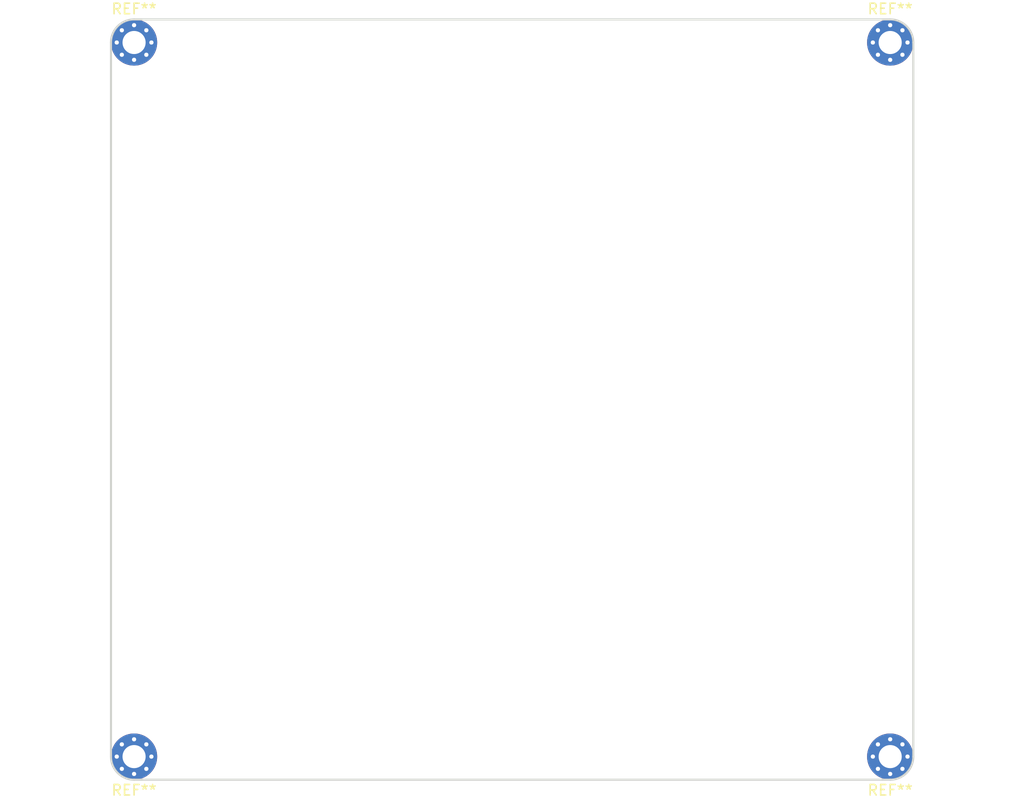
<source format=kicad_pcb>
(kicad_pcb (version 20221018) (generator pcbnew)
  (layers (0 "F.Cu" signal) (31 "B.Cu" signal) (34 "B.Paste" user) (35 "F.Paste" user) (36 "B.SilkS" user "B.Silkscreen") (37 "F.SilkS" user "F.Silkscreen") (38 "B.Mask" user) (39 "F.Mask" user) (44 "Edge.Cuts" user))
  (net 0 "")
  (footprint "MountingHole:MountingHole_2.2mm_M2_Pad_Via" (layer "F.Cu") (at 177.57 62.09)
    (fp_text reference "REF**" (at 0 -3.2) (layer "F.SilkS"))
    (fp_text value "MountingHole_2.2mm_M2_Pad_Via")
    (pad "1" thru_hole circle (at -1.65 0) (size 0.7 0.7) (drill 0.4) (layers "*.Cu" "*.Mask"))
    (pad "1" thru_hole circle (at -1.166726 -1.166726) (size 0.7 0.7) (drill 0.4) (layers "*.Cu" "*.Mask"))
    (pad "1" thru_hole circle (at -1.166726 1.166726) (size 0.7 0.7) (drill 0.4) (layers "*.Cu" "*.Mask"))
    (pad "1" thru_hole circle (at 0 -1.65) (size 0.7 0.7) (drill 0.4) (layers "*.Cu" "*.Mask"))
    (pad "1" thru_hole circle (at 0 0) (size 4.4 4.4) (drill 2.2) (layers "*.Cu" "*.Mask"))
    (pad "1" thru_hole circle (at 0 1.65) (size 0.7 0.7) (drill 0.4) (layers "*.Cu" "*.Mask"))
    (pad "1" thru_hole circle (at 1.166726 -1.166726) (size 0.7 0.7) (drill 0.4) (layers "*.Cu" "*.Mask"))
    (pad "1" thru_hole circle (at 1.166726 1.166726) (size 0.7 0.7) (drill 0.4) (layers "*.Cu" "*.Mask"))
    (pad "1" thru_hole circle (at 1.65 0) (size 0.7 0.7) (drill 0.4) (layers "*.Cu" "*.Mask"))
  )
  (footprint "MountingHole:MountingHole_2.2mm_M2_Pad_Via" (layer "F.Cu") (at 105.57 130.09 180)
    (fp_text reference "REF**" (at 0 -3.2) (layer "F.SilkS"))
    (fp_text value "MountingHole_2.2mm_M2_Pad_Via")
    (pad "1" thru_hole circle (at -1.65 0 180) (size 0.7 0.7) (drill 0.4) (layers "*.Cu" "*.Mask"))
    (pad "1" thru_hole circle (at -1.166726 -1.166726 180) (size 0.7 0.7) (drill 0.4) (layers "*.Cu" "*.Mask"))
    (pad "1" thru_hole circle (at -1.166726 1.166726 180) (size 0.7 0.7) (drill 0.4) (layers "*.Cu" "*.Mask"))
    (pad "1" thru_hole circle (at 0 -1.65 180) (size 0.7 0.7) (drill 0.4) (layers "*.Cu" "*.Mask"))
    (pad "1" thru_hole circle (at 0 0 180) (size 4.4 4.4) (drill 2.2) (layers "*.Cu" "*.Mask"))
    (pad "1" thru_hole circle (at 0 1.65 180) (size 0.7 0.7) (drill 0.4) (layers "*.Cu" "*.Mask"))
    (pad "1" thru_hole circle (at 1.166726 -1.166726 180) (size 0.7 0.7) (drill 0.4) (layers "*.Cu" "*.Mask"))
    (pad "1" thru_hole circle (at 1.166726 1.166726 180) (size 0.7 0.7) (drill 0.4) (layers "*.Cu" "*.Mask"))
    (pad "1" thru_hole circle (at 1.65 0 180) (size 0.7 0.7) (drill 0.4) (layers "*.Cu" "*.Mask"))
  )
  (footprint "MountingHole:MountingHole_2.2mm_M2_Pad_Via" (layer "F.Cu") (at 105.57 62.09)
    (fp_text reference "REF**" (at 0 -3.2) (layer "F.SilkS"))
    (fp_text value "MountingHole_2.2mm_M2_Pad_Via")
    (pad "1" thru_hole circle (at -1.65 0) (size 0.7 0.7) (drill 0.4) (layers "*.Cu" "*.Mask"))
    (pad "1" thru_hole circle (at -1.166726 -1.166726) (size 0.7 0.7) (drill 0.4) (layers "*.Cu" "*.Mask"))
    (pad "1" thru_hole circle (at -1.166726 1.166726) (size 0.7 0.7) (drill 0.4) (layers "*.Cu" "*.Mask"))
    (pad "1" thru_hole circle (at 0 -1.65) (size 0.7 0.7) (drill 0.4) (layers "*.Cu" "*.Mask"))
    (pad "1" thru_hole circle (at 0 0) (size 4.4 4.4) (drill 2.2) (layers "*.Cu" "*.Mask"))
    (pad "1" thru_hole circle (at 0 1.65) (size 0.7 0.7) (drill 0.4) (layers "*.Cu" "*.Mask"))
    (pad "1" thru_hole circle (at 1.166726 -1.166726) (size 0.7 0.7) (drill 0.4) (layers "*.Cu" "*.Mask"))
    (pad "1" thru_hole circle (at 1.166726 1.166726) (size 0.7 0.7) (drill 0.4) (layers "*.Cu" "*.Mask"))
    (pad "1" thru_hole circle (at 1.65 0) (size 0.7 0.7) (drill 0.4) (layers "*.Cu" "*.Mask"))
  )
  (footprint "MountingHole:MountingHole_2.2mm_M2_Pad_Via" (layer "F.Cu") (at 177.57 130.09 180)
    (fp_text reference "REF**" (at 0 -3.2) (layer "F.SilkS"))
    (fp_text value "MountingHole_2.2mm_M2_Pad_Via")
    (pad "1" thru_hole circle (at -1.65 0 180) (size 0.7 0.7) (drill 0.4) (layers "*.Cu" "*.Mask"))
    (pad "1" thru_hole circle (at -1.166726 -1.166726 180) (size 0.7 0.7) (drill 0.4) (layers "*.Cu" "*.Mask"))
    (pad "1" thru_hole circle (at -1.166726 1.166726 180) (size 0.7 0.7) (drill 0.4) (layers "*.Cu" "*.Mask"))
    (pad "1" thru_hole circle (at 0 -1.65 180) (size 0.7 0.7) (drill 0.4) (layers "*.Cu" "*.Mask"))
    (pad "1" thru_hole circle (at 0 0 180) (size 4.4 4.4) (drill 2.2) (layers "*.Cu" "*.Mask"))
    (pad "1" thru_hole circle (at 0 1.65 180) (size 0.7 0.7) (drill 0.4) (layers "*.Cu" "*.Mask"))
    (pad "1" thru_hole circle (at 1.166726 -1.166726 180) (size 0.7 0.7) (drill 0.4) (layers "*.Cu" "*.Mask"))
    (pad "1" thru_hole circle (at 1.166726 1.166726 180) (size 0.7 0.7) (drill 0.4) (layers "*.Cu" "*.Mask"))
    (pad "1" thru_hole circle (at 1.65 0 180) (size 0.7 0.7) (drill 0.4) (layers "*.Cu" "*.Mask"))
  )
  (gr_line (start 177.57 59.89) (end 105.57 59.89) (stroke (width 0.2)) (layer "Edge.Cuts"))
  (gr_arc (start 105.57 132.29) (mid 104.014365 131.645635) (end 103.37 130.09) (stroke (width 0.2)) (layer "Edge.Cuts"))
  (gr_line (start 179.77 130.09) (end 179.77 62.09) (stroke (width 0.2)) (layer "Edge.Cuts"))
  (gr_line (start 103.37 62.09) (end 103.37 130.09) (stroke (width 0.2)) (layer "Edge.Cuts"))
  (gr_arc (start 177.57 59.89) (mid 179.125635 60.534365) (end 179.77 62.09) (stroke (width 0.2)) (layer "Edge.Cuts"))
  (gr_line (start 105.57 132.29) (end 177.57 132.29) (stroke (width 0.2)) (layer "Edge.Cuts"))
  (gr_arc (start 103.37 62.09) (mid 104.014365 60.534365) (end 105.57 59.89) (stroke (width 0.2)) (layer "Edge.Cuts"))
  (gr_arc (start 179.77 130.09) (mid 179.125635 131.645635) (end 177.57 132.29) (stroke (width 0.2)) (layer "Edge.Cuts"))
)
</source>
